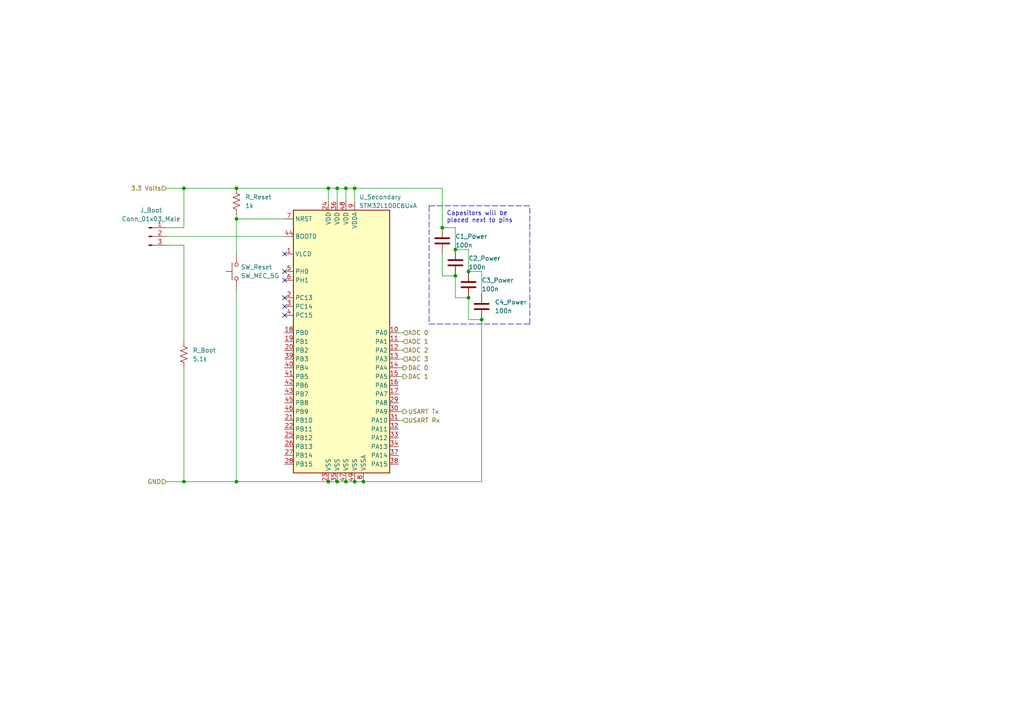
<source format=kicad_sch>
(kicad_sch (version 20211123) (generator eeschema)
  (paper "A4")
  (title_block (title "Secondary Microcontroller") (date "2022-09-13") (rev "1") (company "George Mason University"))
  (lib_symbols
    (symbol "Connector:Conn_01x03_Male" (pin_names (offset 1.016) hide)
      (property "Reference" "J" (at 0 5.08 0))
      (property "Value" "Conn_01x03_Male" (at 0 -5.08 0))
      (symbol "Conn_01x03_Male_1_1"
        (polyline (pts (xy 1.27 -2.54) (xy 0.8636 -2.54)) (stroke (width 0.1524)))
        (polyline (pts (xy 1.27 0) (xy 0.8636 0)) (stroke (width 0.1524)))
        (polyline (pts (xy 1.27 2.54) (xy 0.8636 2.54)) (stroke (width 0.1524)))
        (rectangle (start 0.8636 -2.413) (end 0 -2.667) (stroke (width 0.1524)) (fill (type outline)))
        (rectangle (start 0.8636 0.127) (end 0 -0.127) (stroke (width 0.1524)) (fill (type outline)))
        (rectangle (start 0.8636 2.667) (end 0 2.413) (stroke (width 0.1524)) (fill (type outline)))
        (pin passive line (at 5.08 2.54 180) (length 3.81) (name "Pin_1") (number "1"))
        (pin passive line (at 5.08 0 180) (length 3.81) (name "Pin_2") (number "2"))
        (pin passive line (at 5.08 -2.54 180) (length 3.81) (name "Pin_3") (number "3"))
      )
    )
    (symbol "Device:C" (pin_numbers hide) (pin_names (offset 0.254))
      (property "Reference" "C" (at 0.635 2.54 0))
      (property "Value" "C" (at 0.635 -2.54 0))
      (symbol "C_0_1"
        (polyline (pts (xy -2.032 -0.762) (xy 2.032 -0.762)) (stroke (width 0.508)))
        (polyline (pts (xy -2.032 0.762) (xy 2.032 0.762)) (stroke (width 0.508)))
      )
      (symbol "C_1_1"
        (pin passive line (at 0 3.81 270) (length 2.794) (name "~") (number "1"))
        (pin passive line (at 0 -3.81 90) (length 2.794) (name "~") (number "2"))
      )
    )
    (symbol "Device:R_US" (pin_numbers hide) (pin_names (offset 0))
      (property "Reference" "R" (at 2.54 0 90))
      (property "Value" "R_US" (at -2.54 0 90))
      (symbol "R_US_0_1"
        (polyline (pts (xy 0 -2.286) (xy 0 -2.54)))
        (polyline (pts (xy 0 2.286) (xy 0 2.54)))
        (polyline (pts (xy 0 -0.762) (xy 1.016 -1.143) (xy 0 -1.524) (xy -1.016 -1.905) (xy 0 -2.286)))
        (polyline (pts (xy 0 0.762) (xy 1.016 0.381) (xy 0 0) (xy -1.016 -0.381) (xy 0 -0.762)))
        (polyline (pts (xy 0 2.286) (xy 1.016 1.905) (xy 0 1.524) (xy -1.016 1.143) (xy 0 0.762)))
      )
      (symbol "R_US_1_1"
        (pin passive line (at 0 3.81 270) (length 1.27) (name "~") (number "1"))
        (pin passive line (at 0 -3.81 90) (length 1.27) (name "~") (number "2"))
      )
    )
    (symbol "MCU_ST_STM32L1:STM32L100C6UxA"
      (property "Reference" "U" (at -15.24 39.37 0))
      (property "Value" "STM32L100C6UxA" (at 5.08 39.37 0))
      (symbol "STM32L100C6UxA_0_1"
        (rectangle (start -15.24 -38.1) (end 12.7 38.1) (stroke (width 0.254)) (fill (type background)))
      )
      (symbol "STM32L100C6UxA_1_1"
        (pin power_in line (at -17.78 25.4 0) (length 2.54) (name "VLCD") (number "1"))
        (pin bidirectional line (at 15.24 2.54 180) (length 2.54) (name "PA0") (number "10"))
        (pin bidirectional line (at 15.24 0 180) (length 2.54) (name "PA1") (number "11"))
        (pin bidirectional line (at 15.24 -2.54 180) (length 2.54) (name "PA2") (number "12"))
        (pin bidirectional line (at 15.24 -5.08 180) (length 2.54) (name "PA3") (number "13"))
        (pin bidirectional line (at 15.24 -7.62 180) (length 2.54) (name "PA4") (number "14"))
        (pin bidirectional line (at 15.24 -10.16 180) (length 2.54) (name "PA5") (number "15"))
        (pin bidirectional line (at 15.24 -12.7 180) (length 2.54) (name "PA6") (number "16"))
        (pin bidirectional line (at 15.24 -15.24 180) (length 2.54) (name "PA7") (number "17"))
        (pin bidirectional line (at -17.78 2.54 0) (length 2.54) (name "PB0") (number "18"))
        (pin bidirectional line (at -17.78 0 0) (length 2.54) (name "PB1") (number "19"))
        (pin bidirectional line (at -17.78 12.7 0) (length 2.54) (name "PC13") (number "2"))
        (pin bidirectional line (at -17.78 -2.54 0) (length 2.54) (name "PB2") (number "20"))
        (pin bidirectional line (at -17.78 -22.86 0) (length 2.54) (name "PB10") (number "21"))
        (pin bidirectional line (at -17.78 -25.4 0) (length 2.54) (name "PB11") (number "22"))
        (pin power_in line (at -5.08 -40.64 90) (length 2.54) (name "VSS") (number "23"))
        (pin power_in line (at -5.08 40.64 270) (length 2.54) (name "VDD") (number "24"))
        (pin bidirectional line (at -17.78 -27.94 0) (length 2.54) (name "PB12") (number "25"))
        (pin bidirectional line (at -17.78 -30.48 0) (length 2.54) (name "PB13") (number "26"))
        (pin bidirectional line (at -17.78 -33.02 0) (length 2.54) (name "PB14") (number "27"))
        (pin bidirectional line (at -17.78 -35.56 0) (length 2.54) (name "PB15") (number "28"))
        (pin bidirectional line (at 15.24 -17.78 180) (length 2.54) (name "PA8") (number "29"))
        (pin bidirectional line (at -17.78 10.16 0) (length 2.54) (name "PC14") (number "3"))
        (pin bidirectional line (at 15.24 -20.32 180) (length 2.54) (name "PA9") (number "30"))
        (pin bidirectional line (at 15.24 -22.86 180) (length 2.54) (name "PA10") (number "31"))
        (pin bidirectional line (at 15.24 -25.4 180) (length 2.54) (name "PA11") (number "32"))
        (pin bidirectional line (at 15.24 -27.94 180) (length 2.54) (name "PA12") (number "33"))
        (pin bidirectional line (at 15.24 -30.48 180) (length 2.54) (name "PA13") (number "34"))
        (pin power_in line (at -2.54 -40.64 90) (length 2.54) (name "VSS") (number "35"))
        (pin power_in line (at -2.54 40.64 270) (length 2.54) (name "VDD") (number "36"))
        (pin bidirectional line (at 15.24 -33.02 180) (length 2.54) (name "PA14") (number "37"))
        (pin bidirectional line (at 15.24 -35.56 180) (length 2.54) (name "PA15") (number "38"))
        (pin bidirectional line (at -17.78 -5.08 0) (length 2.54) (name "PB3") (number "39"))
        (pin bidirectional line (at -17.78 7.62 0) (length 2.54) (name "PC15") (number "4"))
        (pin bidirectional line (at -17.78 -7.62 0) (length 2.54) (name "PB4") (number "40"))
        (pin bidirectional line (at -17.78 -10.16 0) (length 2.54) (name "PB5") (number "41"))
        (pin bidirectional line (at -17.78 -12.7 0) (length 2.54) (name "PB6") (number "42"))
        (pin bidirectional line (at -17.78 -15.24 0) (length 2.54) (name "PB7") (number "43"))
        (pin input line (at -17.78 30.48 0) (length 2.54) (name "BOOT0") (number "44"))
        (pin bidirectional line (at -17.78 -17.78 0) (length 2.54) (name "PB8") (number "45"))
        (pin bidirectional line (at -17.78 -20.32 0) (length 2.54) (name "PB9") (number "46"))
        (pin power_in line (at 0 -40.64 90) (length 2.54) (name "VSS") (number "47"))
        (pin power_in line (at 0 40.64 270) (length 2.54) (name "VDD") (number "48"))
        (pin power_in line (at 2.54 -40.64 90) (length 2.54) (name "VSS") (number "49"))
        (pin input line (at -17.78 20.32 0) (length 2.54) (name "PH0") (number "5"))
        (pin input line (at -17.78 17.78 0) (length 2.54) (name "PH1") (number "6"))
        (pin input line (at -17.78 35.56 0) (length 2.54) (name "NRST") (number "7"))
        (pin power_in line (at 5.08 -40.64 90) (length 2.54) (name "VSSA") (number "8"))
        (pin power_in line (at 2.54 40.64 270) (length 2.54) (name "VDDA") (number "9"))
      )
    )
    (symbol "Switch:SW_MEC_5G" (pin_numbers hide) (pin_names (offset 1.016) hide)
      (property "Reference" "SW" (at 1.27 2.54 0))
      (property "Value" "SW_MEC_5G" (at 0 -1.524 0))
      (symbol "SW_MEC_5G_0_1"
        (circle (center -2.032 0) (radius 0.508))
        (polyline (pts (xy 0 1.27) (xy 0 3.048)))
        (polyline (pts (xy 2.54 1.27) (xy -2.54 1.27)))
        (circle (center 2.032 0) (radius 0.508))
        (pin passive line (at -5.08 0 0) (length 2.54) (name "A") (number "1"))
        (pin passive line (at 5.08 0 180) (length 2.54) (name "B") (number "3"))
      )
      (symbol "SW_MEC_5G_1_1"
        (pin passive line (at -5.08 0 0) (length 2.54) hide (name "A") (number "2"))
        (pin passive line (at 5.08 0 180) (length 2.54) hide (name "B") (number "4"))
      )
    )
  )
  (junction (at 139.7 92.71))
  (junction (at 100.33 139.7))
  (junction (at 53.34 139.7))
  (junction (at 102.87 139.7))
  (junction (at 68.58 54.61))
  (junction (at 97.79 54.61))
  (junction (at 102.87 54.61))
  (junction (at 128.27 66.04))
  (junction (at 53.34 54.61))
  (junction (at 68.58 63.5))
  (junction (at 132.08 72.39))
  (junction (at 68.58 139.7))
  (junction (at 100.33 54.61))
  (junction (at 95.25 54.61))
  (junction (at 135.89 78.74))
  (junction (at 135.89 86.36))
  (junction (at 132.08 80.01))
  (junction (at 95.25 139.7))
  (junction (at 97.79 139.7))
  (junction (at 105.41 139.7))
  (no_connect (at 82.55 86.36))
  (no_connect (at 82.55 88.9))
  (no_connect (at 82.55 91.44))
  (no_connect (at 82.55 81.28))
  (no_connect (at 82.55 73.66))
  (no_connect (at 82.55 78.74))
  (wire (pts (xy 48.26 71.12) (xy 53.34 71.12)))
  (wire (pts (xy 135.89 72.39) (xy 132.08 72.39)))
  (wire (pts (xy 128.27 80.01) (xy 128.27 73.66)))
  (wire (pts (xy 115.57 106.68) (xy 116.84 106.68)))
  (wire (pts (xy 115.57 109.22) (xy 116.84 109.22)))
  (wire (pts (xy 53.34 106.68) (xy 53.34 139.7)))
  (wire (pts (xy 68.58 63.5) (xy 82.55 63.5)))
  (wire (pts (xy 132.08 86.36) (xy 132.08 80.01)))
  (wire (pts (xy 48.26 66.04) (xy 53.34 66.04)))
  (wire (pts (xy 132.08 66.04) (xy 132.08 72.39)))
  (wire (pts (xy 139.7 85.09) (xy 139.7 78.74)))
  (wire (pts (xy 115.57 121.92) (xy 116.84 121.92)))
  (wire (pts (xy 100.33 54.61) (xy 102.87 54.61)))
  (wire (pts (xy 132.08 66.04) (xy 128.27 66.04)))
  (wire (pts (xy 100.33 139.7) (xy 102.87 139.7)))
  (polyline (pts (xy 124.46 59.69) (xy 124.46 93.98)))
  (wire (pts (xy 68.58 62.23) (xy 68.58 63.5)))
  (wire (pts (xy 102.87 54.61) (xy 102.87 58.42)))
  (wire (pts (xy 135.89 86.36) (xy 135.89 92.71)))
  (wire (pts (xy 115.57 101.6) (xy 116.84 101.6)))
  (wire (pts (xy 135.89 86.36) (xy 132.08 86.36)))
  (polyline (pts (xy 153.67 93.98) (xy 153.67 59.69)))
  (polyline (pts (xy 124.46 93.98) (xy 153.67 93.98)))
  (wire (pts (xy 139.7 78.74) (xy 135.89 78.74)))
  (wire (pts (xy 53.34 54.61) (xy 53.34 66.04)))
  (wire (pts (xy 97.79 54.61) (xy 100.33 54.61)))
  (wire (pts (xy 97.79 139.7) (xy 100.33 139.7)))
  (wire (pts (xy 139.7 139.7) (xy 105.41 139.7)))
  (wire (pts (xy 48.26 68.58) (xy 82.55 68.58)))
  (wire (pts (xy 68.58 54.61) (xy 95.25 54.61)))
  (wire (pts (xy 53.34 139.7) (xy 68.58 139.7)))
  (wire (pts (xy 95.25 54.61) (xy 95.25 58.42)))
  (wire (pts (xy 53.34 71.12) (xy 53.34 99.06)))
  (wire (pts (xy 95.25 54.61) (xy 97.79 54.61)))
  (wire (pts (xy 68.58 83.82) (xy 68.58 139.7)))
  (wire (pts (xy 115.57 99.06) (xy 116.84 99.06)))
  (wire (pts (xy 68.58 63.5) (xy 68.58 73.66)))
  (wire (pts (xy 115.57 119.38) (xy 116.84 119.38)))
  (wire (pts (xy 95.25 139.7) (xy 97.79 139.7)))
  (wire (pts (xy 139.7 92.71) (xy 139.7 139.7)))
  (wire (pts (xy 115.57 96.52) (xy 116.84 96.52)))
  (wire (pts (xy 48.26 54.61) (xy 53.34 54.61)))
  (wire (pts (xy 48.26 139.7) (xy 53.34 139.7)))
  (wire (pts (xy 100.33 54.61) (xy 100.33 58.42)))
  (wire (pts (xy 102.87 139.7) (xy 105.41 139.7)))
  (wire (pts (xy 68.58 139.7) (xy 95.25 139.7)))
  (wire (pts (xy 53.34 54.61) (xy 68.58 54.61)))
  (wire (pts (xy 102.87 54.61) (xy 128.27 54.61)))
  (wire (pts (xy 128.27 54.61) (xy 128.27 66.04)))
  (wire (pts (xy 135.89 92.71) (xy 139.7 92.71)))
  (polyline (pts (xy 124.46 59.69) (xy 153.67 59.69)))
  (wire (pts (xy 115.57 104.14) (xy 116.84 104.14)))
  (wire (pts (xy 97.79 54.61) (xy 97.79 58.42)))
  (wire (pts (xy 135.89 78.74) (xy 135.89 72.39)))
  (wire (pts (xy 132.08 80.01) (xy 128.27 80.01)))
  (text "Capasitors will be\nplaced next to pins" (at 129.54 64.77 0) (effects (font (size 1.27 1.27)) (justify left bottom)))
  (hierarchical_label "ADC 3" (shape input) (at 116.84 104.14 0))
  (hierarchical_label "GND" (shape input) (at 48.26 139.7 180))
  (hierarchical_label "3.3 Volts" (shape input) (at 48.26 54.61 180))
  (hierarchical_label "USART Tx" (shape output) (at 116.84 119.38 0))
  (hierarchical_label "ADC 0" (shape input) (at 116.84 96.52 0))
  (hierarchical_label "ADC 1" (shape input) (at 116.84 99.06 0))
  (hierarchical_label "ADC 2" (shape input) (at 116.84 101.6 0))
  (hierarchical_label "DAC 1" (shape output) (at 116.84 109.22 0))
  (hierarchical_label "USART Rx" (shape input) (at 116.84 121.92 0))
  (hierarchical_label "DAC 0" (shape output) (at 116.84 106.68 0))
  (symbol (lib_id "Device:R_US") (at 53.34 102.87 0) (unit 1)
    (property "Reference" "R_Boot" (at 55.88 101.5999 0) (effects (justify left)))
    (property "Value" "5.1k" (at 55.88 104.1399 0) (effects (justify left)))
    (property "Footprint" "Resistor_SMD:R_1210_3225Metric" (effects hide))
  )
  (symbol (lib_id "Connector:Conn_01x03_Male") (at 43.18 68.58 0) (unit 1)
    (property "Reference" "J_Boot" (at 43.815 60.96 0))
    (property "Value" "Conn_01x03_Male" (at 43.815 63.5 0))
    (property "Footprint" "Connector_PinSocket_2.54mm:PinSocket_1x03_P2.54mm_Vertical" (effects hide))
  )
  (symbol (lib_id "MCU_ST_STM32L1:STM32L100C6UxA") (at 100.33 99.06 0) (unit 1)
    (property "Reference" "U_Secondary" (at 104.14 57.15 0) (effects (justify left)))
    (property "Value" "STM32L100C6UxA" (at 104.14 59.69 0) (effects (justify left)))
    (property "Footprint" "Package_DFN_QFN:QFN-48-1EP_7x7mm_P0.5mm_EP5.6x5.6mm" (effects hide))
    (property "Datasheet" "http://www.st.com/st-web-ui/static/active/en/resource/technical/document/datasheet/DM00078075.pdf" (effects hide))
  )
  (symbol (lib_id "Device:C") (at 128.27 69.85 0) (unit 1)
    (property "Reference" "C1_Power" (at 132.08 68.5799 0) (effects (justify left)))
    (property "Value" "100n" (at 132.08 71.1199 0) (effects (justify left)))
    (property "Footprint" "Capacitor_SMD:C_1210_3225Metric" (effects hide))
  )
  (symbol (lib_id "Device:C") (at 132.08 76.2 0) (unit 1)
    (property "Reference" "C2_Power" (at 135.89 74.9299 0) (effects (justify left)))
    (property "Value" "100n" (at 135.89 77.4699 0) (effects (justify left)))
    (property "Footprint" "Capacitor_SMD:C_1210_3225Metric" (effects hide))
  )
  (symbol (lib_id "Device:C") (at 135.89 82.55 0) (unit 1)
    (property "Reference" "C3_Power" (at 139.7 81.2799 0) (effects (justify left)))
    (property "Value" "100n" (at 139.7 83.8199 0) (effects (justify left)))
    (property "Footprint" "Capacitor_SMD:C_1210_3225Metric" (effects hide))
  )
  (symbol (lib_id "Device:C") (at 139.7 88.9 0) (unit 1)
    (property "Reference" "C4_Power" (at 143.51 87.6299 0) (effects (justify left)))
    (property "Value" "100n" (at 143.51 90.1699 0) (effects (justify left)))
    (property "Footprint" "Capacitor_SMD:C_1210_3225Metric" (effects hide))
  )
  (symbol (lib_id "Device:R_US") (at 68.58 58.42 0) (unit 1)
    (property "Reference" "R_Reset" (at 71.12 57.1499 0) (effects (justify left)))
    (property "Value" "1k" (at 71.12 59.6899 0) (effects (justify left)))
    (property "Footprint" "Resistor_SMD:R_1210_3225Metric" (effects hide))
  )
  (symbol (lib_id "Switch:SW_MEC_5G") (at 68.58 78.74 90) (unit 1)
    (property "Reference" "SW_Reset" (at 69.85 77.4699 90) (effects (justify right)))
    (property "Value" "SW_MEC_5G" (at 69.85 80.0099 90) (effects (justify right)))
    (property "Footprint" "Button_Switch_SMD:SW_MEC_5GSH9" (effects hide))
    (property "Datasheet" "http://www.apem.com/int/index.php?controller=attachment&id_attachment=488" (effects hide))
  )
)
</source>
